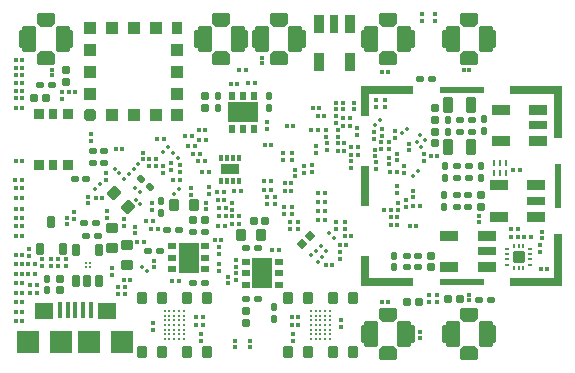
<source format=gtp>
G04*
G04 #@! TF.GenerationSoftware,Altium Limited,Altium Designer,19.1.6 (110)*
G04*
G04 Layer_Color=8421504*
%FSLAX44Y44*%
%MOMM*%
G71*
G01*
G75*
G04:AMPARAMS|DCode=17|XSize=0.6mm|YSize=1mm|CornerRadius=0.075mm|HoleSize=0mm|Usage=FLASHONLY|Rotation=0.000|XOffset=0mm|YOffset=0mm|HoleType=Round|Shape=RoundedRectangle|*
%AMROUNDEDRECTD17*
21,1,0.6000,0.8500,0,0,0.0*
21,1,0.4500,1.0000,0,0,0.0*
1,1,0.1500,0.2250,-0.4250*
1,1,0.1500,-0.2250,-0.4250*
1,1,0.1500,-0.2250,0.4250*
1,1,0.1500,0.2250,0.4250*
%
%ADD17ROUNDEDRECTD17*%
%ADD18R,0.7000X4.4000*%
%ADD19R,3.8000X0.5000*%
%ADD20R,4.4000X0.7000*%
%ADD21R,0.7000X2.6500*%
%ADD22R,0.7000X3.5000*%
%ADD23R,0.5000X3.8000*%
%ADD24R,0.3500X0.3000*%
%ADD25R,0.3000X0.6000*%
%ADD26R,1.6000X0.9500*%
G04:AMPARAMS|DCode=27|XSize=1mm|YSize=1mm|CornerRadius=0.25mm|HoleSize=0mm|Usage=FLASHONLY|Rotation=270.000|XOffset=0mm|YOffset=0mm|HoleType=Round|Shape=RoundedRectangle|*
%AMROUNDEDRECTD27*
21,1,1.0000,0.5000,0,0,270.0*
21,1,0.5000,1.0000,0,0,270.0*
1,1,0.5000,-0.2500,-0.2500*
1,1,0.5000,-0.2500,0.2500*
1,1,0.5000,0.2500,0.2500*
1,1,0.5000,0.2500,-0.2500*
%
%ADD27ROUNDEDRECTD27*%
%ADD28R,1.0000X1.0000*%
%ADD29R,1.0000X1.0000*%
%ADD30R,0.9500X1.0000*%
%ADD31R,0.4000X1.4000*%
%ADD32R,1.9000X1.9000*%
%ADD33R,1.6000X1.4000*%
%ADD34C,0.2000*%
%ADD35R,0.9000X1.6500*%
%ADD36R,0.7600X1.6500*%
%ADD37R,1.7000X2.5000*%
%ADD38R,0.7000X0.5000*%
%ADD39R,0.3000X0.3100*%
G04:AMPARAMS|DCode=40|XSize=0.5mm|YSize=0.6mm|CornerRadius=0.05mm|HoleSize=0mm|Usage=FLASHONLY|Rotation=90.000|XOffset=0mm|YOffset=0mm|HoleType=Round|Shape=RoundedRectangle|*
%AMROUNDEDRECTD40*
21,1,0.5000,0.5000,0,0,90.0*
21,1,0.4000,0.6000,0,0,90.0*
1,1,0.1000,0.2500,0.2000*
1,1,0.1000,0.2500,-0.2000*
1,1,0.1000,-0.2500,-0.2000*
1,1,0.1000,-0.2500,0.2000*
%
%ADD40ROUNDEDRECTD40*%
%ADD41R,0.9500X0.9500*%
%ADD42R,0.8000X0.9500*%
G04:AMPARAMS|DCode=43|XSize=1mm|YSize=1.55mm|CornerRadius=0.125mm|HoleSize=0mm|Usage=FLASHONLY|Rotation=90.000|XOffset=0mm|YOffset=0mm|HoleType=Round|Shape=RoundedRectangle|*
%AMROUNDEDRECTD43*
21,1,1.0000,1.3000,0,0,90.0*
21,1,0.7500,1.5500,0,0,90.0*
1,1,0.2500,0.6500,0.3750*
1,1,0.2500,0.6500,-0.3750*
1,1,0.2500,-0.6500,-0.3750*
1,1,0.2500,-0.6500,0.3750*
%
%ADD43ROUNDEDRECTD43*%
G04:AMPARAMS|DCode=44|XSize=1.2mm|YSize=1.6mm|CornerRadius=0.15mm|HoleSize=0mm|Usage=FLASHONLY|Rotation=180.000|XOffset=0mm|YOffset=0mm|HoleType=Round|Shape=RoundedRectangle|*
%AMROUNDEDRECTD44*
21,1,1.2000,1.3000,0,0,180.0*
21,1,0.9000,1.6000,0,0,180.0*
1,1,0.3000,-0.4500,0.6500*
1,1,0.3000,0.4500,0.6500*
1,1,0.3000,0.4500,-0.6500*
1,1,0.3000,-0.4500,-0.6500*
%
%ADD44ROUNDEDRECTD44*%
G04:AMPARAMS|DCode=45|XSize=1.2mm|YSize=1.2mm|CornerRadius=0.15mm|HoleSize=0mm|Usage=FLASHONLY|Rotation=0.000|XOffset=0mm|YOffset=0mm|HoleType=Round|Shape=RoundedRectangle|*
%AMROUNDEDRECTD45*
21,1,1.2000,0.9000,0,0,0.0*
21,1,0.9000,1.2000,0,0,0.0*
1,1,0.3000,0.4500,-0.4500*
1,1,0.3000,-0.4500,-0.4500*
1,1,0.3000,-0.4500,0.4500*
1,1,0.3000,0.4500,0.4500*
%
%ADD45ROUNDEDRECTD45*%
G04:AMPARAMS|DCode=46|XSize=1.2mm|YSize=2.15mm|CornerRadius=0.15mm|HoleSize=0mm|Usage=FLASHONLY|Rotation=180.000|XOffset=0mm|YOffset=0mm|HoleType=Round|Shape=RoundedRectangle|*
%AMROUNDEDRECTD46*
21,1,1.2000,1.8500,0,0,180.0*
21,1,0.9000,2.1500,0,0,180.0*
1,1,0.3000,-0.4500,0.9250*
1,1,0.3000,0.4500,0.9250*
1,1,0.3000,0.4500,-0.9250*
1,1,0.3000,-0.4500,-0.9250*
%
%ADD46ROUNDEDRECTD46*%
G04:AMPARAMS|DCode=47|XSize=0.6mm|YSize=0.6mm|CornerRadius=0.06mm|HoleSize=0mm|Usage=FLASHONLY|Rotation=0.000|XOffset=0mm|YOffset=0mm|HoleType=Round|Shape=RoundedRectangle|*
%AMROUNDEDRECTD47*
21,1,0.6000,0.4800,0,0,0.0*
21,1,0.4800,0.6000,0,0,0.0*
1,1,0.1200,0.2400,-0.2400*
1,1,0.1200,-0.2400,-0.2400*
1,1,0.1200,-0.2400,0.2400*
1,1,0.1200,0.2400,0.2400*
%
%ADD47ROUNDEDRECTD47*%
%ADD48R,0.3000X0.3500*%
G04:AMPARAMS|DCode=49|XSize=1.3mm|YSize=0.8mm|CornerRadius=0.1mm|HoleSize=0mm|Usage=FLASHONLY|Rotation=90.000|XOffset=0mm|YOffset=0mm|HoleType=Round|Shape=RoundedRectangle|*
%AMROUNDEDRECTD49*
21,1,1.3000,0.6000,0,0,90.0*
21,1,1.1000,0.8000,0,0,90.0*
1,1,0.2000,0.3000,0.5500*
1,1,0.2000,0.3000,-0.5500*
1,1,0.2000,-0.3000,-0.5500*
1,1,0.2000,-0.3000,0.5500*
%
%ADD49ROUNDEDRECTD49*%
G04:AMPARAMS|DCode=50|XSize=0.3mm|YSize=0.35mm|CornerRadius=0mm|HoleSize=0mm|Usage=FLASHONLY|Rotation=45.000|XOffset=0mm|YOffset=0mm|HoleType=Round|Shape=Rectangle|*
%AMROTATEDRECTD50*
4,1,4,0.0177,-0.2298,-0.2298,0.0177,-0.0177,0.2298,0.2298,-0.0177,0.0177,-0.2298,0.0*
%
%ADD50ROTATEDRECTD50*%

G04:AMPARAMS|DCode=51|XSize=0.6mm|YSize=0.6mm|CornerRadius=0.06mm|HoleSize=0mm|Usage=FLASHONLY|Rotation=270.000|XOffset=0mm|YOffset=0mm|HoleType=Round|Shape=RoundedRectangle|*
%AMROUNDEDRECTD51*
21,1,0.6000,0.4800,0,0,270.0*
21,1,0.4800,0.6000,0,0,270.0*
1,1,0.1200,-0.2400,-0.2400*
1,1,0.1200,-0.2400,0.2400*
1,1,0.1200,0.2400,0.2400*
1,1,0.1200,0.2400,-0.2400*
%
%ADD51ROUNDEDRECTD51*%
G04:AMPARAMS|DCode=52|XSize=1mm|YSize=0.9mm|CornerRadius=0.1125mm|HoleSize=0mm|Usage=FLASHONLY|Rotation=270.000|XOffset=0mm|YOffset=0mm|HoleType=Round|Shape=RoundedRectangle|*
%AMROUNDEDRECTD52*
21,1,1.0000,0.6750,0,0,270.0*
21,1,0.7750,0.9000,0,0,270.0*
1,1,0.2250,-0.3375,-0.3875*
1,1,0.2250,-0.3375,0.3875*
1,1,0.2250,0.3375,0.3875*
1,1,0.2250,0.3375,-0.3875*
%
%ADD52ROUNDEDRECTD52*%
G04:AMPARAMS|DCode=53|XSize=1mm|YSize=0.9mm|CornerRadius=0.1125mm|HoleSize=0mm|Usage=FLASHONLY|Rotation=180.000|XOffset=0mm|YOffset=0mm|HoleType=Round|Shape=RoundedRectangle|*
%AMROUNDEDRECTD53*
21,1,1.0000,0.6750,0,0,180.0*
21,1,0.7750,0.9000,0,0,180.0*
1,1,0.2250,-0.3875,0.3375*
1,1,0.2250,0.3875,0.3375*
1,1,0.2250,0.3875,-0.3375*
1,1,0.2250,-0.3875,-0.3375*
%
%ADD53ROUNDEDRECTD53*%
G04:AMPARAMS|DCode=54|XSize=1mm|YSize=0.9mm|CornerRadius=0.1125mm|HoleSize=0mm|Usage=FLASHONLY|Rotation=45.000|XOffset=0mm|YOffset=0mm|HoleType=Round|Shape=RoundedRectangle|*
%AMROUNDEDRECTD54*
21,1,1.0000,0.6750,0,0,45.0*
21,1,0.7750,0.9000,0,0,45.0*
1,1,0.2250,0.5127,0.0354*
1,1,0.2250,-0.0354,-0.5127*
1,1,0.2250,-0.5127,-0.0354*
1,1,0.2250,0.0354,0.5127*
%
%ADD54ROUNDEDRECTD54*%
G04:AMPARAMS|DCode=55|XSize=0.5mm|YSize=0.6mm|CornerRadius=0.05mm|HoleSize=0mm|Usage=FLASHONLY|Rotation=180.000|XOffset=0mm|YOffset=0mm|HoleType=Round|Shape=RoundedRectangle|*
%AMROUNDEDRECTD55*
21,1,0.5000,0.5000,0,0,180.0*
21,1,0.4000,0.6000,0,0,180.0*
1,1,0.1000,-0.2000,0.2500*
1,1,0.1000,0.2000,0.2500*
1,1,0.1000,0.2000,-0.2500*
1,1,0.1000,-0.2000,-0.2500*
%
%ADD55ROUNDEDRECTD55*%
G04:AMPARAMS|DCode=56|XSize=0.3mm|YSize=0.35mm|CornerRadius=0mm|HoleSize=0mm|Usage=FLASHONLY|Rotation=315.000|XOffset=0mm|YOffset=0mm|HoleType=Round|Shape=Rectangle|*
%AMROTATEDRECTD56*
4,1,4,-0.2298,-0.0177,0.0177,0.2298,0.2298,0.0177,-0.0177,-0.2298,-0.2298,-0.0177,0.0*
%
%ADD56ROTATEDRECTD56*%

%ADD57R,0.5000X0.7000*%
%ADD58R,2.5000X1.7000*%
%ADD59R,1.6500X0.9000*%
%ADD60R,1.6500X0.7600*%
%ADD61R,0.3100X0.3000*%
G04:AMPARAMS|DCode=62|XSize=1mm|YSize=1mm|CornerRadius=0.15mm|HoleSize=0mm|Usage=FLASHONLY|Rotation=180.000|XOffset=0mm|YOffset=0mm|HoleType=Round|Shape=RoundedRectangle|*
%AMROUNDEDRECTD62*
21,1,1.0000,0.7000,0,0,180.0*
21,1,0.7000,1.0000,0,0,180.0*
1,1,0.3000,-0.3500,0.3500*
1,1,0.3000,0.3500,0.3500*
1,1,0.3000,0.3500,-0.3500*
1,1,0.3000,-0.3500,-0.3500*
%
%ADD62ROUNDEDRECTD62*%
%ADD63R,0.2000X0.3950*%
%ADD64R,0.3950X0.2000*%
G04:AMPARAMS|DCode=65|XSize=0.25mm|YSize=0.55mm|CornerRadius=0.0625mm|HoleSize=0mm|Usage=FLASHONLY|Rotation=0.000|XOffset=0mm|YOffset=0mm|HoleType=Round|Shape=RoundedRectangle|*
%AMROUNDEDRECTD65*
21,1,0.2500,0.4250,0,0,0.0*
21,1,0.1250,0.5500,0,0,0.0*
1,1,0.1250,0.0625,-0.2125*
1,1,0.1250,-0.0625,-0.2125*
1,1,0.1250,-0.0625,0.2125*
1,1,0.1250,0.0625,0.2125*
%
%ADD65ROUNDEDRECTD65*%
G04:AMPARAMS|DCode=66|XSize=0.6mm|YSize=0.6mm|CornerRadius=0.06mm|HoleSize=0mm|Usage=FLASHONLY|Rotation=135.000|XOffset=0mm|YOffset=0mm|HoleType=Round|Shape=RoundedRectangle|*
%AMROUNDEDRECTD66*
21,1,0.6000,0.4800,0,0,135.0*
21,1,0.4800,0.6000,0,0,135.0*
1,1,0.1200,0.0000,0.3394*
1,1,0.1200,0.3394,0.0000*
1,1,0.1200,0.0000,-0.3394*
1,1,0.1200,-0.3394,0.0000*
%
%ADD66ROUNDEDRECTD66*%
G04:AMPARAMS|DCode=67|XSize=0.5mm|YSize=0.6mm|CornerRadius=0.05mm|HoleSize=0mm|Usage=FLASHONLY|Rotation=45.000|XOffset=0mm|YOffset=0mm|HoleType=Round|Shape=RoundedRectangle|*
%AMROUNDEDRECTD67*
21,1,0.5000,0.5000,0,0,45.0*
21,1,0.4000,0.6000,0,0,45.0*
1,1,0.1000,0.3182,-0.0354*
1,1,0.1000,0.0354,-0.3182*
1,1,0.1000,-0.3182,0.0354*
1,1,0.1000,-0.0354,0.3182*
%
%ADD67ROUNDEDRECTD67*%
D17*
X22250Y95500D02*
D03*
X41250D02*
D03*
X31750Y118500D02*
D03*
X52750Y94625D02*
D03*
X71750Y68625D02*
D03*
X62250D02*
D03*
X52750D02*
D03*
X71750Y94625D02*
D03*
D18*
X460592Y85750D02*
D03*
Y211250D02*
D03*
D19*
X379092Y67000D02*
D03*
Y230000D02*
D03*
D20*
X441842Y67000D02*
D03*
Y230000D02*
D03*
X316342D02*
D03*
Y67000D02*
D03*
D21*
X297592Y220250D02*
D03*
Y76750D02*
D03*
D22*
Y148500D02*
D03*
D23*
X460592D02*
D03*
D24*
X44250Y86800D02*
D03*
Y81200D02*
D03*
X37750Y81200D02*
D03*
Y86800D02*
D03*
X200250Y17550D02*
D03*
Y11950D02*
D03*
X237850Y162381D02*
D03*
Y156781D02*
D03*
X40500Y228300D02*
D03*
Y222700D02*
D03*
X356750Y294050D02*
D03*
Y288450D02*
D03*
X181500Y66200D02*
D03*
Y71800D02*
D03*
X345250Y294050D02*
D03*
Y288450D02*
D03*
X343750Y25300D02*
D03*
Y19700D02*
D03*
X12750Y89450D02*
D03*
Y95050D02*
D03*
X31250Y81200D02*
D03*
Y86800D02*
D03*
X188000Y74646D02*
D03*
Y69046D02*
D03*
X358500Y56300D02*
D03*
Y50700D02*
D03*
X351750Y56300D02*
D03*
Y50700D02*
D03*
X24250Y81200D02*
D03*
Y86800D02*
D03*
X173750Y91104D02*
D03*
Y96704D02*
D03*
Y76754D02*
D03*
Y82354D02*
D03*
X188000Y85746D02*
D03*
Y80146D02*
D03*
X187500Y17550D02*
D03*
Y11950D02*
D03*
X116950Y134350D02*
D03*
Y128750D02*
D03*
X118500Y79950D02*
D03*
Y85550D02*
D03*
X149750Y141200D02*
D03*
Y146800D02*
D03*
X93250Y115200D02*
D03*
Y120800D02*
D03*
X126500Y165600D02*
D03*
Y160000D02*
D03*
X79000Y121700D02*
D03*
Y127300D02*
D03*
X102750Y108700D02*
D03*
Y114300D02*
D03*
X62750Y139550D02*
D03*
Y133950D02*
D03*
X78250Y153700D02*
D03*
Y159300D02*
D03*
X118000Y32600D02*
D03*
Y27000D02*
D03*
X277250Y29400D02*
D03*
Y35000D02*
D03*
X165000Y147900D02*
D03*
Y142300D02*
D03*
X94464Y57414D02*
D03*
Y63014D02*
D03*
X88000Y57414D02*
D03*
Y63014D02*
D03*
X252705Y166145D02*
D03*
Y160545D02*
D03*
X51250Y120700D02*
D03*
Y126300D02*
D03*
X83300Y78900D02*
D03*
Y73300D02*
D03*
X185000Y134050D02*
D03*
Y128450D02*
D03*
X162950Y128950D02*
D03*
Y134550D02*
D03*
X65500Y186786D02*
D03*
Y192386D02*
D03*
X306500Y168800D02*
D03*
Y163200D02*
D03*
X109250Y171200D02*
D03*
Y176800D02*
D03*
X255750Y182300D02*
D03*
Y176700D02*
D03*
X214205Y197000D02*
D03*
X214205Y202600D02*
D03*
X447250Y104550D02*
D03*
Y110150D02*
D03*
X445500Y93200D02*
D03*
X445500Y98800D02*
D03*
X158629Y23121D02*
D03*
Y17521D02*
D03*
X288000Y213750D02*
D03*
Y219350D02*
D03*
X280250Y117800D02*
D03*
Y112200D02*
D03*
X236500Y17400D02*
D03*
Y23000D02*
D03*
X45000Y116200D02*
D03*
Y121800D02*
D03*
X133000Y167850D02*
D03*
Y162250D02*
D03*
X140750Y166050D02*
D03*
Y160450D02*
D03*
X393750Y117950D02*
D03*
Y123550D02*
D03*
X311500Y191200D02*
D03*
Y196800D02*
D03*
X311000Y185800D02*
D03*
Y180200D02*
D03*
X272500Y201950D02*
D03*
Y207550D02*
D03*
Y219300D02*
D03*
Y213700D02*
D03*
X276015Y92500D02*
D03*
Y86900D02*
D03*
X338200Y144800D02*
D03*
Y139200D02*
D03*
X279095Y213750D02*
D03*
Y219350D02*
D03*
X314250Y215950D02*
D03*
Y221550D02*
D03*
X285500Y169550D02*
D03*
Y163950D02*
D03*
X272750Y112200D02*
D03*
Y117800D02*
D03*
X324593Y148500D02*
D03*
Y142900D02*
D03*
X317724Y172700D02*
D03*
Y167100D02*
D03*
X305500Y173950D02*
D03*
Y179550D02*
D03*
X317500Y185800D02*
D03*
Y180200D02*
D03*
X290500Y197550D02*
D03*
Y191950D02*
D03*
X304950Y188811D02*
D03*
Y194411D02*
D03*
X274250Y195800D02*
D03*
Y190200D02*
D03*
X240250Y118170D02*
D03*
Y112570D02*
D03*
X233750Y118170D02*
D03*
Y112570D02*
D03*
X214750Y133400D02*
D03*
Y139000D02*
D03*
X221301Y133400D02*
D03*
Y139000D02*
D03*
X228750Y125306D02*
D03*
Y130906D02*
D03*
X235750Y125306D02*
D03*
Y130906D02*
D03*
X331750Y136800D02*
D03*
Y131200D02*
D03*
X324224Y170350D02*
D03*
Y175950D02*
D03*
X347250Y170200D02*
D03*
Y175800D02*
D03*
X325000Y128700D02*
D03*
Y134300D02*
D03*
X307000Y221550D02*
D03*
Y215950D02*
D03*
X323000Y195050D02*
D03*
Y189450D02*
D03*
X334750Y178950D02*
D03*
Y184550D02*
D03*
X235644Y176295D02*
D03*
Y170695D02*
D03*
X228305Y176295D02*
D03*
Y170695D02*
D03*
X330224Y165450D02*
D03*
Y159850D02*
D03*
X263974Y190350D02*
D03*
Y195950D02*
D03*
X265245Y179405D02*
D03*
Y185005D02*
D03*
X246000Y165300D02*
D03*
Y159700D02*
D03*
D25*
X190750Y153000D02*
D03*
X185750D02*
D03*
X180750D02*
D03*
X175750D02*
D03*
Y172500D02*
D03*
X180750D02*
D03*
X185750D02*
D03*
X190750D02*
D03*
D26*
X183250Y162750D02*
D03*
D27*
X64500Y208500D02*
D03*
D28*
X101500D02*
D03*
X83000D02*
D03*
X120000D02*
D03*
X138500D02*
D03*
X120000Y282500D02*
D03*
X101500D02*
D03*
X83000D02*
D03*
X64500D02*
D03*
D29*
X138500Y227000D02*
D03*
Y245500D02*
D03*
Y264000D02*
D03*
X64500D02*
D03*
Y245500D02*
D03*
Y227000D02*
D03*
D30*
X138500Y282500D02*
D03*
D31*
X39000Y43500D02*
D03*
X58500D02*
D03*
X65000D02*
D03*
X52000D02*
D03*
X45500D02*
D03*
D32*
X40000Y17000D02*
D03*
X12000D02*
D03*
X92000D02*
D03*
X64000D02*
D03*
D33*
X78670Y43140D02*
D03*
X25330D02*
D03*
D34*
X64250Y83375D02*
D03*
Y79875D02*
D03*
X60750Y83375D02*
D03*
Y79875D02*
D03*
X143750Y43000D02*
D03*
X127750Y19000D02*
D03*
X131750Y19000D02*
D03*
X135750Y19000D02*
D03*
X139750Y19000D02*
D03*
X143750D02*
D03*
X135750Y43000D02*
D03*
X139750D02*
D03*
X127750Y35000D02*
D03*
X131750D02*
D03*
X135750D02*
D03*
X139750D02*
D03*
X143750D02*
D03*
X127750Y43000D02*
D03*
X127750Y39000D02*
D03*
X131750D02*
D03*
X135750D02*
D03*
X139750D02*
D03*
X143750D02*
D03*
X127750Y23000D02*
D03*
X131750D02*
D03*
X135750D02*
D03*
X131750Y43000D02*
D03*
X139750Y23000D02*
D03*
X143750D02*
D03*
Y31000D02*
D03*
X139750D02*
D03*
X135750D02*
D03*
X131750Y31000D02*
D03*
X127750Y31000D02*
D03*
X143750Y27000D02*
D03*
X139750Y27000D02*
D03*
X135750Y27000D02*
D03*
X131750D02*
D03*
X127750D02*
D03*
X251500Y19000D02*
D03*
X267500Y43000D02*
D03*
X263500D02*
D03*
X259500D02*
D03*
X255500D02*
D03*
X251500D02*
D03*
X259500Y19000D02*
D03*
X255500D02*
D03*
X267500Y27000D02*
D03*
X263500D02*
D03*
X259500D02*
D03*
X255500D02*
D03*
X251500D02*
D03*
X267500Y19000D02*
D03*
Y23000D02*
D03*
X263500D02*
D03*
X259500D02*
D03*
X255500D02*
D03*
X251500D02*
D03*
X267500Y39000D02*
D03*
X263500D02*
D03*
X259500D02*
D03*
X263500Y19000D02*
D03*
X255500Y39000D02*
D03*
X251500D02*
D03*
Y31000D02*
D03*
X255500D02*
D03*
X259500D02*
D03*
X263500D02*
D03*
X267500D02*
D03*
X251500Y35000D02*
D03*
X255500D02*
D03*
X259500D02*
D03*
X263500D02*
D03*
X267500D02*
D03*
D35*
X258050Y253850D02*
D03*
X284950D02*
D03*
Y285650D02*
D03*
X258050D02*
D03*
D36*
X271500D02*
D03*
D37*
X148000Y88000D02*
D03*
X210500Y74750D02*
D03*
D38*
X162000Y97500D02*
D03*
Y88000D02*
D03*
Y78500D02*
D03*
X134000D02*
D03*
Y88000D02*
D03*
Y97500D02*
D03*
X224500Y65250D02*
D03*
Y74750D02*
D03*
Y84250D02*
D03*
X196500D02*
D03*
Y74750D02*
D03*
Y65250D02*
D03*
D39*
X32500Y242250D02*
D03*
Y246750D02*
D03*
X210000Y257250D02*
D03*
Y252750D02*
D03*
X385750Y56750D02*
D03*
Y52250D02*
D03*
D40*
X66750Y178250D02*
D03*
X76750D02*
D03*
X59750Y117250D02*
D03*
X69750D02*
D03*
X76750Y168250D02*
D03*
X66750D02*
D03*
X114000Y93500D02*
D03*
X124000D02*
D03*
X130000Y111250D02*
D03*
X140000D02*
D03*
X51500Y154500D02*
D03*
X61500D02*
D03*
X354250Y239500D02*
D03*
X344250D02*
D03*
X404000Y52250D02*
D03*
X394000D02*
D03*
X32500Y234250D02*
D03*
X22500D02*
D03*
X61500Y106000D02*
D03*
X71500D02*
D03*
X162000Y66354D02*
D03*
X152000D02*
D03*
X162000Y109495D02*
D03*
X152000D02*
D03*
X388000Y204750D02*
D03*
X378000D02*
D03*
X384879Y141000D02*
D03*
X374879Y141000D02*
D03*
X384879Y131000D02*
D03*
X374879D02*
D03*
X342500Y89750D02*
D03*
X332500D02*
D03*
X342500Y79750D02*
D03*
X332500D02*
D03*
X385479Y155750D02*
D03*
X375479Y155750D02*
D03*
X385479Y165750D02*
D03*
X375479Y165750D02*
D03*
X387750Y194750D02*
D03*
X377750D02*
D03*
X196464Y96360D02*
D03*
X206464D02*
D03*
X196500Y53255D02*
D03*
X206500D02*
D03*
D41*
X46000Y209750D02*
D03*
X21000D02*
D03*
Y166250D02*
D03*
X46000D02*
D03*
D42*
X33500Y209750D02*
D03*
Y166250D02*
D03*
D43*
X224500Y256000D02*
D03*
Y290000D02*
D03*
X175750Y290000D02*
D03*
Y256000D02*
D03*
X27250Y290250D02*
D03*
Y256250D02*
D03*
X316500Y6500D02*
D03*
Y40500D02*
D03*
X385500Y290250D02*
D03*
Y256250D02*
D03*
X385500Y6500D02*
D03*
Y40500D02*
D03*
X316500Y290250D02*
D03*
Y256250D02*
D03*
D44*
X241500Y273000D02*
D03*
X207500D02*
D03*
X158750Y273000D02*
D03*
X192750D02*
D03*
X10250Y273250D02*
D03*
X44250D02*
D03*
X333500Y23500D02*
D03*
X299500D02*
D03*
X368500Y273250D02*
D03*
X402500D02*
D03*
X402500Y23500D02*
D03*
X368500D02*
D03*
X299500Y273250D02*
D03*
X333500D02*
D03*
D45*
X224500Y289000D02*
D03*
Y257000D02*
D03*
X175750Y257000D02*
D03*
Y289000D02*
D03*
X27250Y257250D02*
D03*
Y289250D02*
D03*
X316500Y39500D02*
D03*
Y7500D02*
D03*
X385500Y257250D02*
D03*
Y289250D02*
D03*
X385500Y39500D02*
D03*
Y7500D02*
D03*
X316500Y257250D02*
D03*
Y289250D02*
D03*
D46*
X210500Y273000D02*
D03*
X238500D02*
D03*
X189750Y273000D02*
D03*
X161750D02*
D03*
X41250Y273250D02*
D03*
X13250D02*
D03*
X302500Y23500D02*
D03*
X330500D02*
D03*
X399500Y273250D02*
D03*
X371500D02*
D03*
X371500Y23500D02*
D03*
X399500D02*
D03*
X330500Y273250D02*
D03*
X302500D02*
D03*
D47*
X44000Y246750D02*
D03*
Y236750D02*
D03*
X162005Y215000D02*
D03*
Y225000D02*
D03*
X356750Y194750D02*
D03*
Y184750D02*
D03*
Y204750D02*
D03*
Y214750D02*
D03*
X395879Y141000D02*
D03*
Y131000D02*
D03*
X353500Y79750D02*
D03*
Y89750D02*
D03*
X39000Y70250D02*
D03*
Y60250D02*
D03*
X196500Y42755D02*
D03*
Y32755D02*
D03*
D48*
X7050Y242500D02*
D03*
X1450D02*
D03*
X7024Y153468D02*
D03*
X1424D02*
D03*
X258800Y214750D02*
D03*
X253200D02*
D03*
X7050Y249000D02*
D03*
X1450D02*
D03*
X159440Y160296D02*
D03*
X165040D02*
D03*
X1450Y170250D02*
D03*
X7050D02*
D03*
X172200Y143778D02*
D03*
X177800D02*
D03*
X192300Y144250D02*
D03*
X186700D02*
D03*
X93200Y69500D02*
D03*
X98800D02*
D03*
X7050Y34497D02*
D03*
X1450D02*
D03*
X189146Y235250D02*
D03*
X183546D02*
D03*
X204246Y235500D02*
D03*
X198646D02*
D03*
X218050Y183750D02*
D03*
X212450D02*
D03*
X236800Y199567D02*
D03*
X231200D02*
D03*
X91800Y180250D02*
D03*
X86200D02*
D03*
X120267Y171750D02*
D03*
X114667D02*
D03*
X120267Y165250D02*
D03*
X114667D02*
D03*
X121650Y188500D02*
D03*
X127250D02*
D03*
X117800Y118750D02*
D03*
X112200D02*
D03*
X104700Y101500D02*
D03*
X110300D02*
D03*
X135150Y153750D02*
D03*
X140750D02*
D03*
X116200Y112250D02*
D03*
X121800D02*
D03*
X1450Y229500D02*
D03*
X7050D02*
D03*
X173700Y130000D02*
D03*
X179300D02*
D03*
X190550Y123000D02*
D03*
X184950D02*
D03*
X234800Y144750D02*
D03*
X229200D02*
D03*
X262800Y208250D02*
D03*
X257200D02*
D03*
X178300Y137000D02*
D03*
X172700D02*
D03*
X173200Y115000D02*
D03*
X178800D02*
D03*
X179300Y123000D02*
D03*
X173700D02*
D03*
X184950Y116500D02*
D03*
X190550D02*
D03*
X190950Y246500D02*
D03*
X196550D02*
D03*
X169950Y102750D02*
D03*
X175550D02*
D03*
X52050Y228000D02*
D03*
X46450D02*
D03*
X234800Y151250D02*
D03*
X229200D02*
D03*
X426800Y112250D02*
D03*
X421200D02*
D03*
X7050Y129389D02*
D03*
X1450D02*
D03*
X7050Y121500D02*
D03*
X1450D02*
D03*
X7050Y42276D02*
D03*
X1450D02*
D03*
X7050Y50718D02*
D03*
X1450D02*
D03*
X7050Y58276D02*
D03*
X1450D02*
D03*
X7050Y66718D02*
D03*
X1450D02*
D03*
X7050Y74276D02*
D03*
X1450D02*
D03*
X7050Y82718D02*
D03*
X1450D02*
D03*
X7043Y90497D02*
D03*
X1443D02*
D03*
X224500Y94455D02*
D03*
X218900Y94455D02*
D03*
X134000Y68045D02*
D03*
X139600D02*
D03*
X422950Y162250D02*
D03*
X428550D02*
D03*
X445950Y78750D02*
D03*
X451550D02*
D03*
X437800Y105250D02*
D03*
X432200Y105250D02*
D03*
X421200Y105250D02*
D03*
X426800Y105250D02*
D03*
X154500Y31000D02*
D03*
X160100Y31000D02*
D03*
X154500Y37750D02*
D03*
X160100D02*
D03*
X280265Y106750D02*
D03*
X285865D02*
D03*
X235150Y37750D02*
D03*
X240750D02*
D03*
X235150Y31000D02*
D03*
X240750D02*
D03*
X1450Y255500D02*
D03*
X7050D02*
D03*
X1450Y235987D02*
D03*
X7050D02*
D03*
X69200Y138750D02*
D03*
X74800D02*
D03*
X162800Y187750D02*
D03*
X157200D02*
D03*
X162100Y196200D02*
D03*
X156500D02*
D03*
X144950Y190750D02*
D03*
X150550D02*
D03*
X147450Y182250D02*
D03*
X153050D02*
D03*
X161800Y169713D02*
D03*
X156200D02*
D03*
X1450Y146718D02*
D03*
X7050D02*
D03*
X1450Y138276D02*
D03*
X7050D02*
D03*
X12074Y82718D02*
D03*
X17673D02*
D03*
X12074Y74276D02*
D03*
X17673D02*
D03*
X7050Y114718D02*
D03*
X1450D02*
D03*
X7050Y106276D02*
D03*
X1450D02*
D03*
X19350Y64750D02*
D03*
X13750D02*
D03*
X19350Y58000D02*
D03*
X13750D02*
D03*
X7050Y222968D02*
D03*
X1450D02*
D03*
X7050Y214526D02*
D03*
X1450D02*
D03*
X157550Y175750D02*
D03*
X151950D02*
D03*
X269800Y81750D02*
D03*
X264200D02*
D03*
X279800Y178250D02*
D03*
X274200D02*
D03*
X324800Y115250D02*
D03*
X319200D02*
D03*
X319300Y128750D02*
D03*
X313700D02*
D03*
X352950Y174250D02*
D03*
X358550D02*
D03*
X257524Y195950D02*
D03*
X251924D02*
D03*
X324274Y160650D02*
D03*
X318674D02*
D03*
X343800Y132000D02*
D03*
X338200D02*
D03*
X281615Y98750D02*
D03*
X276015D02*
D03*
X211855Y145411D02*
D03*
X217455D02*
D03*
X211855Y152581D02*
D03*
X217455D02*
D03*
X319174Y122400D02*
D03*
X324774D02*
D03*
X284695Y206250D02*
D03*
X279095D02*
D03*
X284695Y199750D02*
D03*
X279095D02*
D03*
X340800Y115000D02*
D03*
X335200D02*
D03*
X279800Y184750D02*
D03*
X274200D02*
D03*
X291355Y175280D02*
D03*
X285755D02*
D03*
X291355Y181805D02*
D03*
X285755D02*
D03*
X263074Y135400D02*
D03*
X257474D02*
D03*
X263074Y143100D02*
D03*
X257474D02*
D03*
X263074Y120150D02*
D03*
X257474D02*
D03*
X263074Y127850D02*
D03*
X257474D02*
D03*
D49*
X387500Y217500D02*
D03*
X367500D02*
D03*
X387500Y182000D02*
D03*
X367500D02*
D03*
D50*
X73043Y150149D02*
D03*
X69083Y146189D02*
D03*
X93270Y155020D02*
D03*
X97230Y158980D02*
D03*
X105480Y166980D02*
D03*
X101520Y163020D02*
D03*
X139980Y145730D02*
D03*
X136020Y141770D02*
D03*
X126520Y177770D02*
D03*
X130480Y181730D02*
D03*
X255980Y93980D02*
D03*
X252020Y90020D02*
D03*
X305700Y200500D02*
D03*
X309660Y204460D02*
D03*
X328994Y193170D02*
D03*
X332954Y197130D02*
D03*
X261355Y88605D02*
D03*
X257395Y84645D02*
D03*
X342204Y161380D02*
D03*
X338244Y157420D02*
D03*
D51*
X377500Y52750D02*
D03*
X367500D02*
D03*
X332750Y50750D02*
D03*
X342750D02*
D03*
X17250Y223000D02*
D03*
X27250D02*
D03*
X152000Y119995D02*
D03*
X162000D02*
D03*
X213000Y119250D02*
D03*
X203000D02*
D03*
D52*
X135500Y132250D02*
D03*
X152500D02*
D03*
X108250Y7750D02*
D03*
X125250D02*
D03*
X163250Y54250D02*
D03*
X146250Y54250D02*
D03*
X108250Y54250D02*
D03*
X125250Y54250D02*
D03*
X146250Y7750D02*
D03*
X163250D02*
D03*
X249000Y54250D02*
D03*
X232000D02*
D03*
X270000Y7750D02*
D03*
X287000D02*
D03*
X270000Y54250D02*
D03*
X287000D02*
D03*
X249000Y7750D02*
D03*
X232000D02*
D03*
X209500Y107500D02*
D03*
X192500D02*
D03*
D53*
X95750Y98750D02*
D03*
Y81750D02*
D03*
X83250Y113500D02*
D03*
Y96500D02*
D03*
D54*
X96510Y130990D02*
D03*
X84490Y143010D02*
D03*
D55*
X125000Y136000D02*
D03*
Y126000D02*
D03*
X220250Y36000D02*
D03*
Y46000D02*
D03*
X215646Y225000D02*
D03*
Y215000D02*
D03*
X172505Y225000D02*
D03*
Y215000D02*
D03*
X364380Y141000D02*
D03*
Y131000D02*
D03*
X322000Y79750D02*
D03*
Y89750D02*
D03*
X364979Y165750D02*
D03*
Y155750D02*
D03*
X395979Y165750D02*
D03*
Y155750D02*
D03*
X28500Y70250D02*
D03*
Y60250D02*
D03*
X398500Y205000D02*
D03*
X398500Y195000D02*
D03*
X367250Y194750D02*
D03*
Y204750D02*
D03*
D56*
X89230Y159520D02*
D03*
X85270Y163480D02*
D03*
X103020Y147230D02*
D03*
X106980Y143270D02*
D03*
X107230Y133270D02*
D03*
X103270Y137230D02*
D03*
X112480Y76520D02*
D03*
X108520Y80480D02*
D03*
X135040Y176410D02*
D03*
X139000Y172450D02*
D03*
X344270Y191980D02*
D03*
X348230Y188020D02*
D03*
X263980Y94020D02*
D03*
X260020Y97980D02*
D03*
X344980Y182020D02*
D03*
X341020Y185980D02*
D03*
X271204Y104920D02*
D03*
X267244Y108880D02*
D03*
D57*
X184500Y197000D02*
D03*
X194000D02*
D03*
X203500D02*
D03*
Y225000D02*
D03*
X194000D02*
D03*
X184500D02*
D03*
D58*
X194000Y211000D02*
D03*
D59*
X400400Y106700D02*
D03*
Y79800D02*
D03*
X368600D02*
D03*
Y106700D02*
D03*
X444150Y213450D02*
D03*
Y186550D02*
D03*
X412350D02*
D03*
Y213450D02*
D03*
X410479Y149450D02*
D03*
Y122550D02*
D03*
X442279D02*
D03*
Y149450D02*
D03*
D60*
X400400Y93250D02*
D03*
X444150Y200000D02*
D03*
X442279Y136000D02*
D03*
D61*
X312000Y50750D02*
D03*
X316500D02*
D03*
X381000Y246500D02*
D03*
X385500D02*
D03*
X312000Y245250D02*
D03*
X316500D02*
D03*
D62*
X427500Y88750D02*
D03*
D63*
X431500Y79225D02*
D03*
X427500D02*
D03*
X423500D02*
D03*
Y98275D02*
D03*
X427500D02*
D03*
X431500D02*
D03*
D64*
X417975Y82000D02*
D03*
Y86500D02*
D03*
Y91000D02*
D03*
Y95500D02*
D03*
X437025D02*
D03*
Y91000D02*
D03*
Y86500D02*
D03*
Y82000D02*
D03*
D65*
X411500Y159750D02*
D03*
X416500D02*
D03*
X411500Y168250D02*
D03*
X416500D02*
D03*
X406500D02*
D03*
Y159750D02*
D03*
D66*
X251000Y106750D02*
D03*
X243929Y99679D02*
D03*
D67*
X115035Y147964D02*
D03*
X107964Y155035D02*
D03*
M02*

</source>
